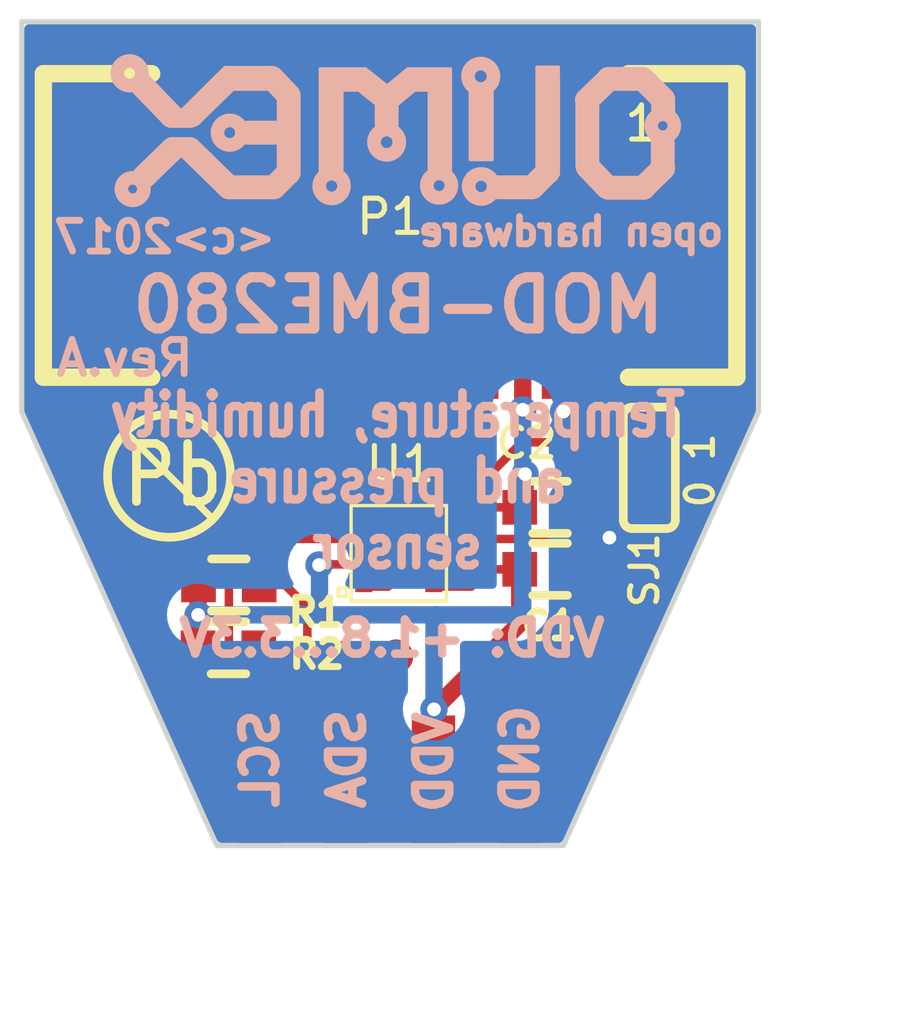
<source format=kicad_pcb>
(kicad_pcb (version 20221018) (generator pcbnew)
  (layers (0 "F.Cu" signal) (31 "B.Cu" signal) (34 "B.Paste" user) (35 "F.Paste" user) (36 "B.SilkS" user "B.Silkscreen") (37 "F.SilkS" user "F.Silkscreen") (38 "B.Mask" user) (39 "F.Mask" user) (44 "Edge.Cuts" user))
  (net 0 "")
  (net 1 "Net-(C1-Pad1)")
  (net 2 "GND")
  (net 3 "Net-(P1-Pad3)")
  (net 4 "Net-(P1-Pad4)")
  (net 5 "Net-(P1-Pad7)")
  (net 6 "Net-(P1-Pad8)")
  (net 7 "Net-(P1-Pad9)")
  (net 8 "Net-(P1-Pad10)")
  (net 9 "/SCL")
  (net 10 "/SDA")
  (net 11 "Net-(SJ1-Pad2)")
  (footprint "OLIMEX_RLC-FP:C_0603_5MIL_DWS" (layer "F.Cu") (at 110.0963 82.7151)
    (fp_text reference "C1" (at -0.0254 1.651) (layer "F.SilkS") (effects (font (size 0.8 0.8) (thickness 0.2))))
    (fp_text value "100nF")
    (fp_line (start -0.508 -0.762) (end 0.508 -0.762) (stroke (width 0.254)) (layer "F.SilkS"))
    (fp_line (start -0.508 0.762) (end 0.508 0.762) (stroke (width 0.254)) (layer "F.SilkS"))
    (pad "1" smd rect (at -0.889 0) (size 1.016 1.016) (layers "F.Cu" "F.Paste" "F.Mask") (net 1 "Net-(C1-Pad1)") (clearance 0.0508))
    (pad "2" smd rect (at 0.889 0) (size 1.016 1.016) (layers "F.Cu" "F.Paste" "F.Mask") (net 2 "GND") (clearance 0.0508))
  )
  (footprint "UEXTM-SMD" (layer "F.Cu") (at 105.41 72.643222)
    (fp_text reference "P1" (at 0 -0.253222) (layer "F.SilkS"))
    (fp_text value "Conn_02x05_Odd_Even")
    (fp_text user "1" (at 7.366 -2.9845) (layer "F.SilkS"))
    (fp_line (start -10.16 -4.445) (end -10.16 4.445) (stroke (width 0.508)) (layer "F.SilkS"))
    (fp_line (start -10.16 -4.445) (end -6.985 -4.445) (stroke (width 0.508)) (layer "F.SilkS"))
    (fp_line (start -10.16 4.445) (end -6.985 4.445) (stroke (width 0.508)) (layer "F.SilkS"))
    (fp_line (start 6.985 4.445) (end 10.16 4.445) (stroke (width 0.508)) (layer "F.SilkS"))
    (fp_line (start 10.16 -4.445) (end 6.985 -4.445) (stroke (width 0.508)) (layer "F.SilkS"))
    (fp_line (start 10.16 -4.445) (end 10.16 4.445) (stroke (width 0.508)) (layer "F.SilkS"))
    (pad "1" smd rect (at 5.08 -3.175) (size 1.27 3.81) (layers "F.Cu" "F.Paste" "F.Mask") (net 1 "Net-(C1-Pad1)") (clearance 0.0508))
    (pad "2" smd rect (at 5.08 3.175) (size 1.27 3.81) (layers "F.Cu" "F.Paste" "F.Mask") (net 2 "GND") (clearance 0.0508))
    (pad "3" smd rect (at 2.54 -3.175) (size 1.27 3.81) (layers "F.Cu" "F.Paste" "F.Mask") (net 3 "Net-(P1-Pad3)") (clearance 0.0508))
    (pad "4" smd rect (at 2.54 3.175) (size 1.27 3.81) (layers "F.Cu" "F.Paste" "F.Mask") (net 4 "Net-(P1-Pad4)") (clearance 0.0508))
    (pad "5" smd rect (at 0 -3.175) (size 1.27 3.81) (layers "F.Cu" "F.Paste" "F.Mask") (net 9 "/SCL") (clearance 0.0508))
    (pad "6" smd rect (at 0 3.175) (size 1.27 3.81) (layers "F.Cu" "F.Paste" "F.Mask") (net 10 "/SDA") (clearance 0.0508))
    (pad "7" smd rect (at -2.54 -3.175) (size 1.27 3.81) (layers "F.Cu" "F.Paste" "F.Mask") (net 5 "Net-(P1-Pad7)") (clearance 0.0508))
    (pad "8" smd rect (at -2.54 3.175) (size 1.27 3.81) (layers "F.Cu" "F.Paste" "F.Mask") (net 6 "Net-(P1-Pad8)") (clearance 0.0508))
    (pad "9" smd rect (at -5.08 -3.175) (size 1.27 3.81) (layers "F.Cu" "F.Paste" "F.Mask") (net 7 "Net-(P1-Pad9)") (clearance 0.0508))
    (pad "10" smd rect (at -5.08 3.175) (size 1.27 3.81) (layers "F.Cu" "F.Paste" "F.Mask") (net 8 "Net-(P1-Pad10)") (clearance 0.0508))
  )
  (footprint "OLIMEX_Connectors-FP:SIP4_SMD" (layer "F.Cu") (at 105.41 88.9 180)
    (fp_text reference "P2" hide)
    (fp_text value "Conn_01x04")
    (pad "1" smd rect (at -3.81 0 180) (size 1.27 3.81) (layers "F.Cu" "F.Mask") (net 2 "GND") (clearance 0.0508))
    (pad "2" smd rect (at -1.27 0 180) (size 1.27 3.81) (layers "F.Cu" "F.Mask") (net 1 "Net-(C1-Pad1)") (clearance 0.0508))
    (pad "3" smd rect (at 1.27 0 180) (size 1.27 3.81) (layers "F.Cu" "F.Mask") (net 10 "/SDA") (clearance 0.0508))
    (pad "4" smd rect (at 3.81 0 180) (size 1.27 3.81) (layers "F.Cu" "F.Mask") (net 9 "/SCL") (clearance 0.0508))
  )
  (footprint "OLIMEX_RLC-FP:R_0603_5MIL_DWS" (layer "F.Cu") (at 100.6729 85.0138)
    (fp_text reference "R1" (at 2.5654 -1.0414) (layer "F.SilkS") (effects (font (size 0.8 0.8) (thickness 0.2))))
    (fp_text value "4.7K")
    (fp_line (start -0.508 -0.762) (end 0.508 -0.762) (stroke (width 0.254)) (layer "F.SilkS"))
    (fp_line (start -0.508 0.762) (end 0.508 0.762) (stroke (width 0.254)) (layer "F.SilkS"))
    (pad "1" smd rect (at -0.889 0) (size 1.016 1.016) (layers "F.Cu" "F.Paste" "F.Mask") (net 1 "Net-(C1-Pad1)"))
    (pad "2" smd rect (at 0.889 0) (size 1.016 1.016) (layers "F.Cu" "F.Paste" "F.Mask") (net 9 "/SCL"))
  )
  (footprint "OLIMEX_RLC-FP:R_0603_5MIL_DWS" (layer "F.Cu") (at 100.6856 83.1723)
    (fp_text reference "R2" (at 2.5781 2.032) (layer "F.SilkS") (effects (font (size 0.8 0.8) (thickness 0.2))))
    (fp_text value "4.7K")
    (fp_line (start -0.508 -0.762) (end 0.508 -0.762) (stroke (width 0.254)) (layer "F.SilkS"))
    (fp_line (start -0.508 0.762) (end 0.508 0.762) (stroke (width 0.254)) (layer "F.SilkS"))
    (pad "1" smd rect (at -0.889 0) (size 1.016 1.016) (layers "F.Cu" "F.Paste" "F.Mask") (net 1 "Net-(C1-Pad1)"))
    (pad "2" smd rect (at 0.889 0) (size 1.016 1.016) (layers "F.Cu" "F.Paste" "F.Mask") (net 10 "/SDA"))
  )
  (footprint "OLIMEX_Other-FP:Fiducial1x3_transp" (layer "F.Cu") (at 97.282 70.104)
    (fp_text reference "" (at 0 3) (layer "F.SilkS"))
    (fp_text value "")
    (pad "Fid1" connect circle (at 0 0) (size 1 1) (layers "F.Cu" "F.Mask") (clearance 1.016))
  )
  (footprint "OLIMEX_Other-FP:Fiducial1x3_transp" (layer "F.Cu") (at 105.5878 85.2678)
    (fp_text reference "" (at 0 3) (layer "F.SilkS"))
    (fp_text value "")
    (pad "Fid1" connect circle (at 0 0) (size 1 1) (layers "F.Cu" "F.Mask") (clearance 1.016))
  )
  (footprint "OLIMEX_Other-FP:Fiducial1x3_transp" (layer "F.Cu") (at 113.538 71.882)
    (fp_text reference "" (at 0 3) (layer "F.SilkS"))
    (fp_text value "")
    (pad "Fid1" connect circle (at 0 0) (size 1 1) (layers "F.Cu" "F.Mask") (clearance 1.016))
  )
  (footprint "OLIMEX_LOGOs-FP:LOGO_PBFREE" (layer "F.Cu") (at 99.1362 80.2894)
    (fp_text reference "")
    (fp_text value "")
    (fp_text user "Pb" (at -0.08636 -0.33528) (layer "F.SilkS") (effects (font (size 1.7 1.5) (thickness 0.254))))
    (fp_line (start -1.36398 -1.47828) (end 1.06934 0.94234) (stroke (width 0.2)) (layer "F.SilkS"))
    (fp_circle (center -0.2032 -0.31496) (end 0.90678 -1.73482) (stroke (width 0.254)) (fill none) (layer "F.SilkS"))
  )
  (footprint "OLIMEX_RLC-FP:C_0603_5MIL_DWS" (layer "F.Cu") (at 110.0963 80.899)
    (fp_text reference "C2" (at -0.6858 -1.8923) (layer "F.SilkS") (effects (font (size 0.9 0.9))))
    (fp_text value "100nF")
    (fp_line (start -0.508 -0.762) (end 0.508 -0.762) (stroke (width 0.254)) (layer "F.SilkS"))
    (fp_line (start -0.508 0.762) (end 0.508 0.762) (stroke (width 0.254)) (layer "F.SilkS"))
    (pad "1" smd rect (at -0.889 0) (size 1.016 1.016) (layers "F.Cu" "F.Paste" "F.Mask") (net 1 "Net-(C1-Pad1)") (clearance 0.0508))
    (pad "2" smd rect (at 0.889 0) (size 1.016 1.016) (layers "F.Cu" "F.Paste" "F.Mask") (net 2 "GND") (clearance 0.0508))
  )
  (footprint "OLIMEX_Jumpers-FP:SJ_2_SMALL_12_TIED" (layer "F.Cu") (at 113.0046 79.7433 -90)
    (fp_text reference "SJ1" (at 2.9972 0.1397 270) (layer "F.SilkS") (effects (font (size 0.8 0.8))))
    (fp_text value "SJ2W_Closed(1-2)")
    (fp_line (start -1.143 0) (end 0 0) (stroke (width 0.508)) (layer "F.Cu"))
    (fp_line (start -1.778 0.508) (end -1.778 -0.508) (stroke (width 0.254)) (layer "F.SilkS"))
    (fp_line (start -1.524 -0.762) (end 1.524 -0.762) (stroke (width 0.254)) (layer "F.SilkS"))
    (fp_line (start 1.524 0.762) (end -1.524 0.762) (stroke (width 0.254)) (layer "F.SilkS"))
    (fp_line (start 1.778 0.508) (end 1.778 -0.508) (stroke (width 0.254)) (layer "F.SilkS"))
    (fp_arc (start -1.778 -0.508) (mid -1.703605 -0.687605) (end -1.524 -0.762) (stroke (width 0.254)) (layer "F.SilkS"))
    (fp_arc (start -1.524 0.762) (mid -1.703605 0.687605) (end -1.778 0.508) (stroke (width 0.254)) (layer "F.SilkS"))
    (fp_arc (start 1.524 -0.762) (mid 1.703605 -0.687605) (end 1.778 -0.508) (stroke (width 0.254)) (layer "F.SilkS"))
    (fp_arc (start 1.778 0.508) (mid 1.703605 0.687605) (end 1.524 0.762) (stroke (width 0.254)) (layer "F.SilkS"))
    (pad "1" smd rect (at -1.143 0 270) (size 0.762 1.016) (layers "F.Cu" "F.Mask") (net 1 "Net-(C1-Pad1)") (clearance 0.0508))
    (pad "2" smd rect (at 0 0 270) (size 0.762 1.016) (layers "F.Cu" "F.Mask") (net 11 "Net-(SJ1-Pad2)") (clearance 0.0508))
    (pad "3" smd rect (at 1.143 0 270) (size 0.762 1.016) (layers "F.Cu" "F.Mask") (net 2 "GND") (clearance 0.0508))
  )
  (footprint "BME280" (layer "F.Cu") (at 105.664 82.2452 180)
    (fp_text reference "U1" (at -0.0471 2.611 180) (layer "F.SilkS"))
    (fp_text value "BME280")
    (fp_line (start -1.397 -1.397) (end 1.397 -1.397) (stroke (width 0.1)) (layer "F.SilkS"))
    (fp_line (start -1.397 1.397) (end -1.397 -1.397) (stroke (width 0.1)) (layer "F.SilkS"))
    (fp_line (start 1.397 -1.397) (end 1.397 1.397) (stroke (width 0.1)) (layer "F.SilkS"))
    (fp_line (start 1.397 1.397) (end -1.397 1.397) (stroke (width 0.1)) (layer "F.SilkS"))
    (fp_line (start 1.524 -1.27) (end 1.524 -1.016) (stroke (width 0.1)) (layer "F.SilkS"))
    (fp_line (start 1.524 -1.016) (end 1.778 -1.016) (stroke (width 0.1)) (layer "F.SilkS"))
    (fp_line (start 1.778 -1.27) (end 1.524 -1.27) (stroke (width 0.1)) (layer "F.SilkS"))
    (fp_line (start 1.778 -1.016) (end 1.778 -1.27) (stroke (width 0.1)) (layer "F.SilkS"))
    (pad "1" smd rect (at 1.025 -0.975 180) (size 0.5 0.325) (layers "F.Cu" "F.Paste" "F.Mask") (net 2 "GND"))
    (pad "2" smd rect (at 1.025 -0.325 180) (size 0.5 0.325) (layers "F.Cu" "F.Paste" "F.Mask") (net 1 "Net-(C1-Pad1)"))
    (pad "3" smd rect (at 1.025 0.325 180) (size 0.5 0.325) (layers "F.Cu" "F.Paste" "F.Mask") (net 10 "/SDA"))
    (pad "4" smd rect (at 1.025 0.975 180) (size 0.5 0.325) (layers "F.Cu" "F.Paste" "F.Mask") (net 9 "/SCL"))
    (pad "5" smd rect (at -1.025 0.975 180) (size 0.5 0.325) (layers "F.Cu" "F.Paste" "F.Mask") (net 11 "Net-(SJ1-Pad2)"))
    (pad "6" smd rect (at -1.025 0.325 180) (size 0.5 0.325) (layers "F.Cu" "F.Paste" "F.Mask") (net 1 "Net-(C1-Pad1)"))
    (pad "7" smd rect (at -1.025 -0.325 180) (size 0.5 0.325) (layers "F.Cu" "F.Paste" "F.Mask") (net 2 "GND"))
    (pad "8" smd rect (at -1.025 -0.975 180) (size 0.5 0.325) (layers "F.Cu" "F.Paste" "F.Mask") (net 1 "Net-(C1-Pad1)"))
  )
  (footprint "OLIMEX_LOGOs-FP:OLIMEX_LOGO_TB" (layer "B.Cu") (at 105.41 69.85 180)
    (fp_text reference "" hide)
    (fp_text value "" hide)
    (fp_line (start -8.001 -1.1176) (end -7.4168 -1.6891) (stroke (width 0.7)) (layer "B.SilkS"))
    (fp_line (start -8.001 0.8509) (end -8.001 0.6096) (stroke (width 0.7)) (layer "B.SilkS"))
    (fp_line (start -8.001 0.9017) (end -7.493 1.4097) (stroke (width 0.7)) (layer "B.SilkS"))
    (fp_line (start -7.9883 -1.1303) (end -7.9883 -0.3683) (stroke (width 0.7)) (layer "B.SilkS"))
    (fp_line (start -7.4295 -1.6891) (end -6.3881 -1.6891) (stroke (width 0.7)) (layer "B.SilkS"))
    (fp_line (start -6.4008 1.4859) (end -5.7658 0.8763) (stroke (width 0.7)) (layer "B.SilkS"))
    (fp_line (start -6.4008 1.4986) (end -7.4041 1.4986) (stroke (width 0.7)) (layer "B.SilkS"))
    (fp_line (start -5.7912 -1.0795) (end -6.35 -1.6637) (stroke (width 0.7)) (layer "B.SilkS"))
    (fp_line (start -5.7785 0.889) (end -5.7785 -1.0414) (stroke (width 0.7)) (layer "B.SilkS"))
    (fp_line (start -4.9276 1.8415) (end -4.9276 -1.3081) (stroke (width 0.1)) (layer "B.SilkS"))
    (fp_line (start -4.9149 1.8415) (end -4.9276 1.8415) (stroke (width 0.1)) (layer "B.SilkS"))
    (fp_line (start -4.9022 1.8415) (end -4.9149 1.8415) (stroke (width 0.1)) (layer "B.SilkS"))
    (fp_line (start -4.7879 1.7526) (end -4.8514 1.7653) (stroke (width 0.1)) (layer "B.SilkS"))
    (fp_line (start -4.6228 -1.2319) (end -4.6228 1.4986) (stroke (width 0.7)) (layer "B.SilkS"))
    (fp_line (start -4.6228 1.8415) (end -4.9022 1.8415) (stroke (width 0.1)) (layer "B.SilkS"))
    (fp_line (start -4.6101 1.8415) (end -4.3053 1.8415) (stroke (width 0.1)) (layer "B.SilkS"))
    (fp_line (start -4.4831 1.7653) (end -4.3688 1.7653) (stroke (width 0.1)) (layer "B.SilkS"))
    (fp_line (start -4.3053 1.8415) (end -4.3053 -1.1938) (stroke (width 0.1)) (layer "B.SilkS"))
    (fp_line (start -4.1656 -1.6764) (end -4.6228 -1.2192) (stroke (width 0.7)) (layer "B.SilkS"))
    (fp_line (start -3.1798 -1.6764) (end -4.1656 -1.6764) (stroke (width 0.7)) (layer "B.SilkS"))
    (fp_line (start -2.9845 -0.8636) (end -2.3749 -0.8636) (stroke (width 0.1)) (layer "B.SilkS"))
    (fp_line (start -2.9845 1.1557) (end -2.9845 -0.8636) (stroke (width 0.1)) (layer "B.SilkS"))
    (fp_line (start -2.8448 -0.8001) (end -2.9083 -0.8001) (stroke (width 0.1)) (layer "B.SilkS"))
    (fp_line (start -2.667 1.0414) (end -2.667 -0.5588) (stroke (width 0.7)) (layer "B.SilkS"))
    (fp_line (start -2.5019 -0.8001) (end -2.413 -0.8001) (stroke (width 0.1)) (layer "B.SilkS"))
    (fp_line (start -2.3749 -0.8636) (end -2.3495 -0.8636) (stroke (width 0.1)) (layer "B.SilkS"))
    (fp_line (start -2.3495 -0.8636) (end -2.3495 1.1557) (stroke (width 0.1)) (layer "B.SilkS"))
    (fp_line (start -1.7653 -1.2065) (end -1.7653 1.778) (stroke (width 0.1)) (layer "B.SilkS"))
    (fp_line (start -1.7653 1.7907) (end -0.5207 1.7907) (stroke (width 0.1)) (layer "B.SilkS"))
    (fp_line (start -1.6129 1.7272) (end -1.6891 1.7272) (stroke (width 0.1)) (layer "B.SilkS"))
    (fp_line (start -1.4478 -1.1176) (end -1.4478 1.4732) (stroke (width 0.7)) (layer "B.SilkS"))
    (fp_line (start -1.4478 1.4732) (end -0.6096 1.4732) (stroke (width 0.7)) (layer "B.SilkS"))
    (fp_line (start -0.6096 1.4732) (end 0 0.9652) (stroke (width 0.7)) (layer "B.SilkS"))
    (fp_line (start -0.5207 1.7907) (end 0.0635 1.3081) (stroke (width 0.1)) (layer "B.SilkS"))
    (fp_line (start 0.1016 0.1778) (end 0.1016 0.889) (stroke (width 0.7)) (layer "B.SilkS"))
    (fp_line (start 0.1778 0.9652) (end 0.8128 1.4732) (stroke (width 0.7)) (layer "B.SilkS"))
    (fp_line (start 0.7239 1.7907) (end 0.1016 1.2954) (stroke (width 0.1)) (layer "B.SilkS"))
    (fp_line (start 0.7493 1.7907) (end 0.7239 1.7907) (stroke (width 0.1)) (layer "B.SilkS"))
    (fp_line (start 0.8128 1.4732) (end 1.7018 1.4732) (stroke (width 0.7)) (layer "B.SilkS"))
    (fp_line (start 1.7145 1.4859) (end 1.7145 -1.1176) (stroke (width 0.7)) (layer "B.SilkS"))
    (fp_line (start 1.8923 1.7145) (end 1.9939 1.7145) (stroke (width 0.1)) (layer "B.SilkS"))
    (fp_line (start 2.0447 -1.2319) (end 2.0447 1.778) (stroke (width 0.1)) (layer "B.SilkS"))
    (fp_line (start 2.0447 1.778) (end 2.0447 1.7907) (stroke (width 0.1)) (layer "B.SilkS"))
    (fp_line (start 2.0447 1.7907) (end 0.7493 1.7907) (stroke (width 0.1)) (layer "B.SilkS"))
    (fp_line (start 2.9718 -1.2446) (end 3.4036 -1.6764) (stroke (width 0.7)) (layer "B.SilkS"))
    (fp_line (start 2.9718 0.9906) (end 2.9718 -1.2446) (stroke (width 0.7)) (layer "B.SilkS"))
    (fp_line (start 2.9718 1.016) (end 3.4544 1.524) (stroke (width 0.7)) (layer "B.SilkS"))
    (fp_line (start 3.4036 -1.6764) (end 4.7244 -1.6764) (stroke (width 0.7)) (layer "B.SilkS"))
    (fp_line (start 3.4163 1.8288) (end 4.7879 1.8288) (stroke (width 0.1)) (layer "B.SilkS"))
    (fp_line (start 3.5025 1.4986) (end 4.7244 1.4986) (stroke (width 0.7)) (layer "B.SilkS"))
    (fp_line (start 4.191 -0.0762) (end 2.9718 -0.0762) (stroke (width 0.7)) (layer "B.SilkS"))
    (fp_line (start 4.7244 -1.6764) (end 5.8674 -0.5588) (stroke (width 0.7)) (layer "B.SilkS"))
    (fp_line (start 4.7244 1.4986) (end 5.8166 0.4318) (stroke (width 0.7)) (layer "B.SilkS"))
    (fp_line (start 4.7879 1.8288) (end 4.8387 1.8288) (stroke (width 0.1)) (layer "B.SilkS"))
    (fp_line (start 4.8387 1.8288) (end 6.096 0.5842) (stroke (width 0.1)) (layer "B.SilkS"))
    (fp_line (start 5.842 0.3175) (end 6.4008 0.3175) (stroke (width 0.5)) (layer "B.SilkS"))
    (fp_line (start 5.8674 -0.4572) (end 6.4008 -0.4572) (stroke (width 0.5)) (layer "B.SilkS"))
    (fp_line (start 7.2136 -1.3716) (end 6.3754 -0.5588) (stroke (width 0.7)) (layer "B.SilkS"))
    (fp_line (start 7.2644 1.3081) (end 6.4008 0.4144) (stroke (width 0.7)) (layer "B.SilkS"))
    (fp_circle (center -7.9883 0.127) (end -7.6708 0.2413) (stroke (width 0.4)) (fill none) (layer "B.SilkS"))
    (fp_circle (center -2.667 -1.651) (end -2.4638 -1.3462) (stroke (width 0.4)) (fill none) (layer "B.SilkS"))
    (fp_circle (center -2.6543 1.5748) (end -2.54 1.9304) (stroke (width 0.4)) (fill none) (layer "B.SilkS"))
    (fp_circle (center -1.4351 -1.6256) (end -1.1938 -1.3589) (stroke (width 0.4)) (fill none) (layer "B.SilkS"))
    (fp_circle (center 0.1016 -0.3556) (end 0.3302 -0.0635) (stroke (width 0.4)) (fill none) (layer "B.SilkS"))
    (fp_circle (center 1.7145 -1.6383) (end 1.9304 -1.3462) (stroke (width 0.4)) (fill none) (layer "B.SilkS"))
    (fp_circle (center 4.699 -0.0762) (end 4.9657 0.1651) (stroke (width 0.4)) (fill none) (layer "B.SilkS"))
    (fp_circle (center 7.5438 -1.7272) (end 7.8359 -1.5748) (stroke (width 0.4)) (fill none) (layer "B.SilkS"))
    (fp_circle (center 7.6327 1.6637) (end 7.9375 1.8542) (stroke (width 0.4)) (fill none) (layer "B.SilkS"))
  )
  (gr_line (start 116.205 66.675) (end 116.205 78.105) (stroke (width 0.15)) (layer "Edge.Cuts"))
  (gr_line (start 94.615 66.675) (end 116.205 66.675) (stroke (width 0.15)) (layer "Edge.Cuts"))
  (gr_line (start 94.615 78.105) (end 94.615 66.675) (stroke (width 0.15)) (layer "Edge.Cuts"))
  (gr_line (start 100.33 90.805) (end 94.615 78.105) (stroke (width 0.15)) (layer "Edge.Cuts"))
  (gr_line (start 110.49 90.805) (end 100.33 90.805) (stroke (width 0.15)) (layer "Edge.Cuts"))
  (gr_line (start 116.205 78.105) (end 110.49 90.805) (stroke (width 0.15)) (layer "Edge.Cuts"))
  (gr_text "VDD" (at 106.6927 88.3666 90) (layer "B.SilkS") (effects (font (size 1 1) (thickness 0.25)) (justify mirror)))
  (gr_text "SDA" (at 104.14 88.265 90) (layer "B.SilkS") (effects (font (size 1 1) (thickness 0.25)) (justify mirror)))
  (gr_text "SCL" (at 101.6 88.265 90) (layer "B.SilkS") (effects (font (size 1 1) (thickness 0.25)) (justify mirror)))
  (gr_text "GND" (at 109.22 88.265 90) (layer "B.SilkS") (effects (font (size 1 1) (thickness 0.25)) (justify mirror)))
  (gr_text "<c>2017" (at 98.806 72.9869) (layer "B.SilkS") (effects (font (size 0.9 0.9) (thickness 0.2)) (justify mirror)))
  (gr_text "MOD-BME280" (at 105.6513 74.9808) (layer "B.SilkS") (effects (font (size 1.5 1.5) (thickness 0.3)) (justify mirror)))
  (gr_text "open hardware" (at 110.7059 72.8218) (layer "B.SilkS") (effects (font (size 0.8 0.8) (thickness 0.2)) (justify mirror)))
  (gr_text "Rev.A" (at 97.6376 76.5302) (layer "B.SilkS") (effects (font (size 1 1) (thickness 0.2)) (justify mirror)))
  (gr_text "Temperature, humidity\nand pressure\nsensor" (at 105.6259 80.1243) (layer "B.SilkS") (effects (font (size 1.2 1) (thickness 0.25)) (justify mirror)))
  (gr_text "VDD: +1.8...3.3V" (at 105.4608 84.7344) (layer "B.SilkS") (effects (font (size 1 1) (thickness 0.25)) (justify mirror)))
  (gr_text "0 1" (at 114.4905 79.8195 90) (layer "F.SilkS") (effects (font (size 0.8 0.8))))
  (segment (start 106.68 88.9) (end 106.695307 88.884693) (width 0.508) (layer "F.Cu") (net 1))
  (segment (start 109.2073 84.303278) (end 107.095306 86.415272) (width 0.508) (layer "F.Cu") (net 1))
  (segment (start 107.189 81.9202) (end 108.2102 80.899) (width 0.25) (layer "F.Cu") (net 1))
  (segment (start 111.911088 76.617788) (end 111.911088 73.30231) (width 0.508) (layer "F.Cu") (net 1))
  (segment (start 108.2929 82.7151) (end 109.2073 82.7151) (width 0.25) (layer "F.Cu") (net 1))
  (segment (start 113.0046 77.7113) (end 111.911088 76.617788) (width 0.508) (layer "F.Cu") (net 1))
  (segment (start 106.695307 88.884693) (end 106.695307 87.380956) (width 0.508) (layer "F.Cu") (net 1))
  (segment (start 113.0046 78.6003) (end 113.0046 77.7113) (width 0.508) (layer "F.Cu") (net 1))
  (segment (start 106.689 83.2202) (end 107.7878 83.2202) (width 0.25) (layer "F.Cu") (net 1))
  (segment (start 109.2073 82.7151) (end 109.2073 84.303278) (width 0.508) (layer "F.Cu") (net 1))
  (segment (start 108.2102 80.899) (end 109.2073 80.899) (width 0.25) (layer "F.Cu") (net 1))
  (segment (start 99.7839 84.0486) (end 99.7839 83.185) (width 0.508) (layer "F.Cu") (net 1))
  (segment (start 99.7839 83.185) (end 99.7966 83.1723) (width 0.508) (layer "F.Cu") (net 1))
  (segment (start 99.7839 84.0486) (end 99.7839 85.0138) (width 0.508) (layer "F.Cu") (net 1))
  (segment (start 109.364353 79.925753) (end 109.364353 80.741947) (width 0.508) (layer "F.Cu") (net 1))
  (segment (start 109.2962 73.075022) (end 109.2962 78.0415) (width 0.508) (layer "F.Cu") (net 1))
  (segment (start 107.7878 83.2202) (end 108.2929 82.7151) (width 0.25) (layer "F.Cu") (net 1))
  (segment (start 109.364353 80.741947) (end 109.2073 80.899) (width 0.508) (layer "F.Cu") (net 1))
  (segment (start 103.3451 82.5702) (end 103.3272 82.5881) (width 0.25) (layer "F.Cu") (net 1))
  (segment (start 107.095306 86.415272) (end 106.695307 86.815271) (width 0.508) (layer "F.Cu") (net 1))
  (segment (start 106.689 81.9202) (end 107.189 81.9202) (width 0.25) (layer "F.Cu") (net 1))
  (segment (start 110.49 71.881222) (end 109.2962 73.075022) (width 0.508) (layer "F.Cu") (net 1))
  (segment (start 110.49 71.881222) (end 110.49 69.468222) (width 0.508) (layer "F.Cu") (net 1))
  (segment (start 111.911088 73.30231) (end 110.49 71.881222) (width 0.508) (layer "F.Cu") (net 1))
  (segment (start 106.695307 87.380956) (end 106.695307 86.815271) (width 0.508) (layer "F.Cu") (net 1))
  (segment (start 104.639 82.5702) (end 103.3451 82.5702) (width 0.25) (layer "F.Cu") (net 1))
  (via (at 109.364353 79.925753) (size 0.8) (drill 0.4) (layers "F.Cu" "B.Cu") (net 1))
  (via (at 103.3272 82.5881) (size 0.8) (drill 0.4) (layers "F.Cu" "B.Cu") (net 1))
  (via (at 106.695307 86.815271) (size 0.8) (drill 0.4) (layers "F.Cu" "B.Cu") (net 1))
  (via (at 99.7839 84.0486) (size 0.8) (drill 0.4) (layers "F.Cu" "B.Cu") (net 1))
  (via (at 109.2962 78.0415) (size 0.8) (drill 0.4) (layers "F.Cu" "B.Cu") (net 1))
  (segment (start 100.349585 84.0486) (end 99.7839 84.0486) (width 0.508) (layer "B.Cu") (net 1))
  (segment (start 106.695307 86.249586) (end 106.695307 86.815271) (width 0.508) (layer "B.Cu") (net 1))
  (segment (start 109.2962 79.8576) (end 109.2962 83.8708) (width 0.508) (layer "B.Cu") (net 1))
  (segment (start 109.1184 84.0486) (end 106.7435 84.0486) (width 0.508) (layer "B.Cu") (net 1))
  (segment (start 109.2962 83.8708) (end 109.1184 84.0486) (width 0.508) (layer "B.Cu") (net 1))
  (segment (start 103.3399 84.0486) (end 100.349585 84.0486) (width 0.508) (layer "B.Cu") (net 1))
  (segment (start 103.3399 82.6008) (end 103.3399 84.0486) (width 0.508) (layer "B.Cu") (net 1))
  (segment (start 106.695307 84.096793) (end 106.695307 86.249586) (width 0.508) (layer "B.Cu") (net 1))
  (segment (start 109.2962 78.0415) (end 109.2962 79.8576) (width 0.508) (layer "B.Cu") (net 1))
  (segment (start 106.7435 84.0486) (end 103.3399 84.0486) (width 0.508) (layer "B.Cu") (net 1))
  (segment (start 109.2962 79.8576) (end 109.364353 79.925753) (width 0.508) (layer "B.Cu") (net 1))
  (segment (start 106.7435 84.0486) (end 106.695307 84.096793) (width 0.508) (layer "B.Cu") (net 1))
  (segment (start 110.9853 80.899) (end 112.9919 80.899) (width 0.508) (layer "F.Cu") (net 2))
  (segment (start 105.3494 83.2202) (end 105.139 83.2202) (width 0.25) (layer "F.Cu") (net 2))
  (segment (start 110.9853 82.7151) (end 110.9853 84.4423) (width 0.508) (layer "F.Cu") (net 2))
  (segment (start 105.139 83.2202) (end 104.639 83.2202) (width 0.25) (layer "F.Cu") (net 2))
  (segment (start 110.9853 80.899) (end 110.9853 81.657) (width 0.25) (layer "F.Cu") (net 2))
  (segment (start 106.689 82.5702) (end 105.9994 82.5702) (width 0.25) (layer "F.Cu") (net 2))
  (segment (start 109.22 86.2076) (end 109.22 88.9) (width 0.508) (layer "F.Cu") (net 2))
  (segment (start 110.9853 81.788) (end 110.9853 81.9571) (width 0.25) (layer "F.Cu") (net 2))
  (segment (start 110.9853 80.899) (end 110.9853 82.7151) (width 0.508) (layer "F.Cu") (net 2))
  (segment (start 111.270515 81.788) (end 110.9853 81.788) (width 0.508) (layer "F.Cu") (net 2))
  (segment (start 108.2548 81.8261) (end 110.8543 81.8261) (width 0.25) (layer "F.Cu") (net 2))
  (segment (start 110.8543 81.8261) (end 110.9853 81.9571) (width 0.25) (layer "F.Cu") (net 2))
  (segment (start 110.9853 81.9571) (end 110.9853 82.7151) (width 0.25) (layer "F.Cu") (net 2))
  (segment (start 110.49 75.818222) (end 110.49 78.0923) (width 0.508) (layer "F.Cu") (net 2))
  (segment (start 107.5107 82.5702) (end 108.2548 81.8261) (width 0.25) (layer "F.Cu") (net 2))
  (segment (start 110.9853 84.4423) (end 109.22 86.2076) (width 0.508) (layer "F.Cu") (net 2))
  (segment (start 105.9994 82.5702) (end 105.3494 83.2202) (width 0.25) (layer "F.Cu") (net 2))
  (segment (start 112.9919 80.899) (end 113.0046 80.8863) (width 0.508) (layer "F.Cu") (net 2))
  (segment (start 111.8362 81.788) (end 111.270515 81.788) (width 0.508) (layer "F.Cu") (net 2))
  (segment (start 110.9853 81.657) (end 110.9853 81.788) (width 0.25) (layer "F.Cu") (net 2))
  (segment (start 106.689 82.5702) (end 107.5107 82.5702) (width 0.25) (layer "F.Cu") (net 2))
  (via (at 110.49 78.0923) (size 0.8) (drill 0.4) (layers "F.Cu" "B.Cu") (net 2))
  (via (at 111.8362 81.788) (size 0.8) (drill 0.4) (layers "F.Cu" "B.Cu") (net 2))
  (segment (start 110.49 78.0923) (end 110.49 80.4418) (width 0.508) (layer "B.Cu") (net 2))
  (segment (start 110.49 80.4418) (end 111.8362 81.788) (width 0.508) (layer "B.Cu") (net 2))
  (segment (start 104.1019 81.1432) (end 104.2289 81.2702) (width 0.25) (layer "F.Cu") (net 9))
  (segment (start 100.6856 84.8955) (end 100.8039 85.0138) (width 0.25) (layer "F.Cu") (net 9))
  (segment (start 100.6856 82.3087) (end 100.6856 84.8955) (width 0.25) (layer "F.Cu") (net 9))
  (segment (start 104.1019 73.1012) (end 104.1019 80.2132) (width 0.508) (layer "F.Cu") (net 9))
  (segment (start 105.41 69.468222) (end 105.41 71.7931) (width 0.508) (layer "F.Cu") (net 9))
  (segment (start 105.41 71.7931) (end 104.1019 73.1012) (width 0.508) (layer "F.Cu") (net 9))
  (segment (start 101.7241 81.2702) (end 100.6856 82.3087) (width 0.25) (layer "F.Cu") (net 9))
  (segment (start 104.1019 80.2132) (end 104.1019 81.1432) (width 0.25) (layer "F.Cu") (net 9))
  (segment (start 100.8039 85.0138) (end 101.5619 85.0138) (width 0.25) (layer "F.Cu") (net 9))
  (segment (start 101.6 85.0519) (end 101.5619 85.0138) (width 0.508) (layer "F.Cu") (net 9))
  (segment (start 104.639 81.2702) (end 104.2289 81.2702) (width 0.25) (layer "F.Cu") (net 9))
  (segment (start 101.6 88.9) (end 101.6 85.0519) (width 0.508) (layer "F.Cu") (net 9))
  (segment (start 104.2289 81.2702) (end 101.7241 81.2702) (width 0.25) (layer "F.Cu") (net 9))
  (segment (start 104.639 81.9202) (end 104.139 81.9202) (width 0.25) (layer "F.Cu") (net 10))
  (segment (start 104.14 88.9) (end 104.14 86.4743) (width 0.508) (layer "F.Cu") (net 10))
  (segment (start 102.163902 81.824998) (end 101.5746 82.4143) (width 0.25) (layer "F.Cu") (net 10))
  (segment (start 104.043798 81.824998) (end 102.163902 81.824998) (width 0.25) (layer "F.Cu") (net 10))
  (segment (start 102.9843 85.0773) (end 104.14 86.233) (width 0.25) (layer "F.Cu") (net 10))
  (segment (start 101.5746 82.4143) (end 101.5746 83.1723) (width 0.25) (layer "F.Cu") (net 10))
  (segment (start 105.41 80.2386) (end 105.41 81.6492) (width 0.25) (layer "F.Cu") (net 10))
  (segment (start 104.139 81.9202) (end 104.043798 81.824998) (width 0.25) (layer "F.Cu") (net 10))
  (segment (start 105.41 81.6492) (end 105.139 81.9202) (width 0.25) (layer "F.Cu") (net 10))
  (segment (start 102.3326 83.1723) (end 102.9843 83.824) (width 0.25) (layer "F.Cu") (net 10))
  (segment (start 105.41 75.818222) (end 105.41 78.231222) (width 0.508) (layer "F.Cu") (net 10))
  (segment (start 105.139 81.9202) (end 104.639 81.9202) (width 0.25) (layer "F.Cu") (net 10))
  (segment (start 102.9843 83.824) (end 102.9843 85.0773) (width 0.25) (layer "F.Cu") (net 10))
  (segment (start 105.41 78.231222) (end 105.41 80.2386) (width 0.508) (layer "F.Cu") (net 10))
  (segment (start 104.14 86.233) (end 104.14 86.4743) (width 0.25) (layer "F.Cu") (net 10))
  (segment (start 101.5746 83.1723) (end 102.3326 83.1723) (width 0.25) (layer "F.Cu") (net 10))
  (segment (start 109.2708 78.994) (end 111.4973 78.994) (width 0.25) (layer "F.Cu") (net 11))
  (segment (start 112.2466 79.7433) (end 113.0046 79.7433) (width 0.25) (layer "F.Cu") (net 11))
  (segment (start 111.4973 78.994) (end 112.2466 79.7433) (width 0.25) (layer "F.Cu") (net 11))
  (segment (start 106.689 81.2702) (end 106.9946 81.2702) (width 0.25) (layer "F.Cu") (net 11))
  (segment (start 106.9946 81.2702) (end 109.2708 78.994) (width 0.25) (layer "F.Cu") (net 11))
  (zone (net 2) (net_name "GND") (layer "B.Cu") (connect_pads (clearance 0.508)) (min_thickness 0.254) (fill yes (thermal_gap 0.508) (thermal_bridge_width 0.508))
    (polygon (pts (xy 93.98 66.04) (xy 116.84 66.04) (xy 116.84 91.44) (xy 93.98 91.44)))
  )
)
</source>
